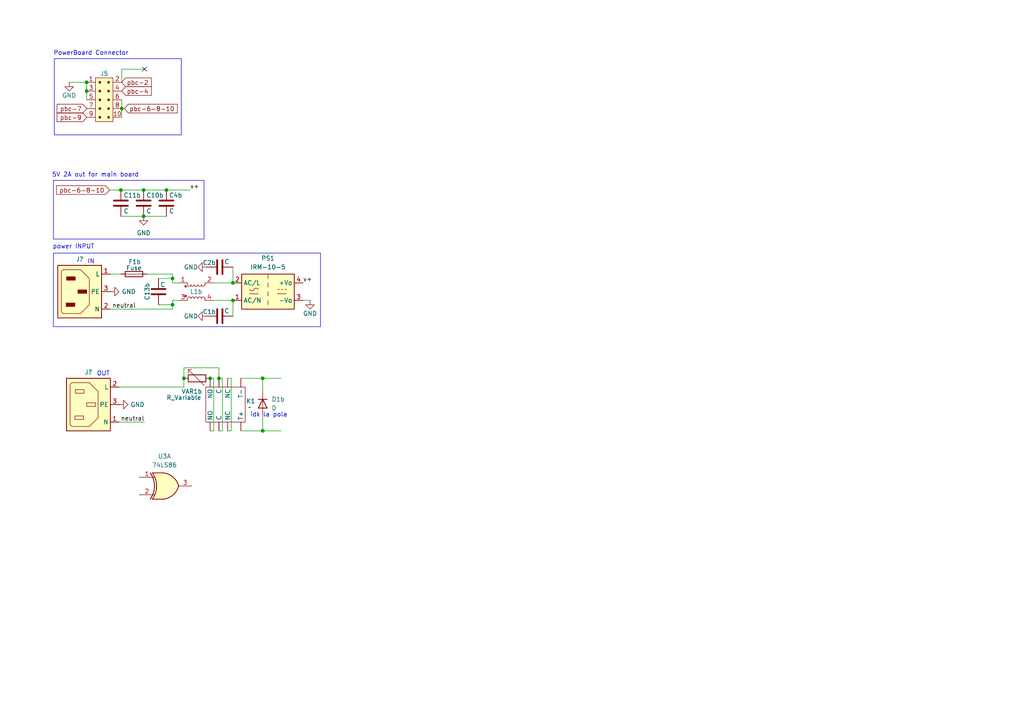
<source format=kicad_sch>
(kicad_sch (version 20250114) (generator "eeschema") (generator_version "9.0")
  (paper "A4")
  (lib_symbols
    (symbol "74xx:74LS86" (pin_names (offset 1.016))
      (property "Reference" "U" (at 0 1.27 0))
      (property "Value" "74LS86" (at 0 -1.27 0))
      (symbol "74LS86_1_0"
        (arc (start -4.4196 3.81) (mid -3.2033 0) (end -4.4196 -3.81) (stroke (width 0.254)))
        (arc (start -3.81 3.81) (mid -2.589 0) (end -3.81 -3.81) (stroke (width 0.254)))
        (polyline (pts (xy -3.81 3.81) (xy -0.635 3.81)) (stroke (width 0.254)) (fill (type background)))
        (polyline (pts (xy -3.81 -3.81) (xy -0.635 -3.81)) (stroke (width 0.254)) (fill (type background)))
        (arc (start 3.81 0) (mid 2.1855 -2.584) (end -0.6096 -3.81) (stroke (width 0.254)) (fill (type background)))
        (arc (start -0.6096 3.81) (mid 2.1928 2.5924) (end 3.81 0) (stroke (width 0.254)) (fill (type background)))
        (polyline (pts (xy -0.635 3.81) (xy -3.81 3.81) (xy -3.81 3.81) (xy -3.556 3.4036) (xy -3.0226 2.2606) (xy -2.6924 1.0414) (xy -2.6162 -0.254) (xy -2.7686 -1.4986) (xy -3.175 -2.7178) (xy -3.81 -3.81) (xy -3.81 -3.81) (xy -0.635 -3.81)) (stroke (width -25.4)) (fill (type background)))
        (pin input line (at -7.62 2.54 0) (length 4.445) (name "~") (number "1"))
        (pin input line (at -7.62 -2.54 0) (length 4.445) (name "~") (number "2"))
        (pin output line (at 7.62 0 180) (length 3.81) (name "~") (number "3"))
      )
      (symbol "74LS86_1_1"
        (polyline (pts (xy -3.81 2.54) (xy -3.175 2.54)) (stroke (width 0.1524)))
        (polyline (pts (xy -3.81 -2.54) (xy -3.175 -2.54)) (stroke (width 0.1524)))
      )
      (symbol "74LS86_2_0"
        (arc (start -4.4196 3.81) (mid -3.2033 0) (end -4.4196 -3.81) (stroke (width 0.254)))
        (arc (start -3.81 3.81) (mid -2.589 0) (end -3.81 -3.81) (stroke (width 0.254)))
        (polyline (pts (xy -3.81 3.81) (xy -0.635 3.81)) (stroke (width 0.254)) (fill (type background)))
        (polyline (pts (xy -3.81 -3.81) (xy -0.635 -3.81)) (stroke (width 0.254)) (fill (type background)))
        (arc (start 3.81 0) (mid 2.1855 -2.584) (end -0.6096 -3.81) (stroke (width 0.254)) (fill (type background)))
        (arc (start -0.6096 3.81) (mid 2.1928 2.5924) (end 3.81 0) (stroke (width 0.254)) (fill (type background)))
        (polyline (pts (xy -0.635 3.81) (xy -3.81 3.81) (xy -3.81 3.81) (xy -3.556 3.4036) (xy -3.0226 2.2606) (xy -2.6924 1.0414) (xy -2.6162 -0.254) (xy -2.7686 -1.4986) (xy -3.175 -2.7178) (xy -3.81 -3.81) (xy -3.81 -3.81) (xy -0.635 -3.81)) (stroke (width -25.4)) (fill (type background)))
        (pin input line (at -7.62 2.54 0) (length 4.445) (name "~") (number "4"))
        (pin input line (at -7.62 -2.54 0) (length 4.445) (name "~") (number "5"))
        (pin output line (at 7.62 0 180) (length 3.81) (name "~") (number "6"))
      )
      (symbol "74LS86_2_1"
        (polyline (pts (xy -3.81 2.54) (xy -3.175 2.54)) (stroke (width 0.1524)))
        (polyline (pts (xy -3.81 -2.54) (xy -3.175 -2.54)) (stroke (width 0.1524)))
      )
      (symbol "74LS86_3_0"
        (arc (start -4.4196 3.81) (mid -3.2033 0) (end -4.4196 -3.81) (stroke (width 0.254)))
        (arc (start -3.81 3.81) (mid -2.589 0) (end -3.81 -3.81) (stroke (width 0.254)))
        (polyline (pts (xy -3.81 3.81) (xy -0.635 3.81)) (stroke (width 0.254)) (fill (type background)))
        (polyline (pts (xy -3.81 -3.81) (xy -0.635 -3.81)) (stroke (width 0.254)) (fill (type background)))
        (arc (start 3.81 0) (mid 2.1855 -2.584) (end -0.6096 -3.81) (stroke (width 0.254)) (fill (type background)))
        (arc (start -0.6096 3.81) (mid 2.1928 2.5924) (end 3.81 0) (stroke (width 0.254)) (fill (type background)))
        (polyline (pts (xy -0.635 3.81) (xy -3.81 3.81) (xy -3.81 3.81) (xy -3.556 3.4036) (xy -3.0226 2.2606) (xy -2.6924 1.0414) (xy -2.6162 -0.254) (xy -2.7686 -1.4986) (xy -3.175 -2.7178) (xy -3.81 -3.81) (xy -3.81 -3.81) (xy -0.635 -3.81)) (stroke (width -25.4)) (fill (type background)))
        (pin input line (at -7.62 2.54 0) (length 4.445) (name "~") (number "9"))
        (pin input line (at -7.62 -2.54 0) (length 4.445) (name "~") (number "10"))
        (pin output line (at 7.62 0 180) (length 3.81) (name "~") (number "8"))
      )
      (symbol "74LS86_3_1"
        (polyline (pts (xy -3.81 2.54) (xy -3.175 2.54)) (stroke (width 0.1524)))
        (polyline (pts (xy -3.81 -2.54) (xy -3.175 -2.54)) (stroke (width 0.1524)))
      )
      (symbol "74LS86_4_0"
        (arc (start -4.4196 3.81) (mid -3.2033 0) (end -4.4196 -3.81) (stroke (width 0.254)))
        (arc (start -3.81 3.81) (mid -2.589 0) (end -3.81 -3.81) (stroke (width 0.254)))
        (polyline (pts (xy -3.81 3.81) (xy -0.635 3.81)) (stroke (width 0.254)) (fill (type background)))
        (polyline (pts (xy -3.81 -3.81) (xy -0.635 -3.81)) (stroke (width 0.254)) (fill (type background)))
        (arc (start 3.81 0) (mid 2.1855 -2.584) (end -0.6096 -3.81) (stroke (width 0.254)) (fill (type background)))
        (arc (start -0.6096 3.81) (mid 2.1928 2.5924) (end 3.81 0) (stroke (width 0.254)) (fill (type background)))
        (polyline (pts (xy -0.635 3.81) (xy -3.81 3.81) (xy -3.81 3.81) (xy -3.556 3.4036) (xy -3.0226 2.2606) (xy -2.6924 1.0414) (xy -2.6162 -0.254) (xy -2.7686 -1.4986) (xy -3.175 -2.7178) (xy -3.81 -3.81) (xy -3.81 -3.81) (xy -0.635 -3.81)) (stroke (width -25.4)) (fill (type background)))
        (pin input line (at -7.62 2.54 0) (length 4.445) (name "~") (number "12"))
        (pin input line (at -7.62 -2.54 0) (length 4.445) (name "~") (number "13"))
        (pin output line (at 7.62 0 180) (length 3.81) (name "~") (number "11"))
      )
      (symbol "74LS86_4_1"
        (polyline (pts (xy -3.81 2.54) (xy -3.175 2.54)) (stroke (width 0.1524)))
        (polyline (pts (xy -3.81 -2.54) (xy -3.175 -2.54)) (stroke (width 0.1524)))
      )
      (symbol "74LS86_5_0"
        (pin power_in line (at 0 12.7 270) (length 5.08) (name "VCC") (number "14"))
        (pin power_in line (at 0 -12.7 90) (length 5.08) (name "GND") (number "7"))
      )
      (symbol "74LS86_5_1"
        (rectangle (start -5.08 7.62) (end 5.08 -7.62) (stroke (width 0.254)) (fill (type background)))
      )
    )
    (symbol "Connector:IEC_60320_C13_Plug"
      (property "Reference" "P" (at -5.842 8.636 0))
      (property "Value" "IEC_60320_C13_Plug" (at 0.508 -9.144 0))
      (symbol "IEC_60320_C13_Plug_1_1"
        (rectangle (start -6.35 7.62) (end 6.35 -7.62) (stroke (width 0.254)) (fill (type background)))
        (polyline (pts (xy -4.826 -6.35) (xy -5.334 -5.842) (xy -5.334 5.842) (xy -4.826 6.35) (xy 0.254 6.35) (xy 2.794 3.81) (xy 2.794 -3.81) (xy 0.254 -6.35) (xy -4.826 -6.35)) (fill (type background)))
        (rectangle (start -3.937 -3.302) (end -1.397 -4.318))
        (rectangle (start -3.81 4.318) (end -1.27 3.302))
        (rectangle (start -0.508 0.508) (end 2.032 -0.508))
        (pin power_in line (at 8.89 5.08 180) (length 2.54) (name "L") (number "2"))
        (pin bidirectional line (at 8.89 0 180) (length 2.54) (name "PE") (number "3"))
        (pin power_in line (at 8.89 -5.08 180) (length 2.54) (name "N") (number "1"))
      )
    )
    (symbol "Connector:IEC_60320_C14_Receptacle"
      (property "Reference" "J" (at -5.842 8.636 0))
      (property "Value" "IEC_60320_C14_Receptacle" (at 0 -9.144 0))
      (symbol "IEC_60320_C14_Receptacle_1_1"
        (rectangle (start -6.35 7.62) (end 6.35 -7.62) (stroke (width 0.254)) (fill (type background)))
        (polyline (pts (xy -4.826 -6.35) (xy -5.334 -5.842) (xy -5.334 5.842) (xy -4.826 6.35) (xy 0.254 6.35) (xy 2.794 3.81) (xy 2.794 -3.81) (xy 0.254 -6.35) (xy -4.826 -6.35)) (fill (type background)))
        (rectangle (start -3.937 -3.302) (end -1.397 -4.318) (fill (type outline)))
        (rectangle (start -3.81 4.318) (end -1.27 3.302) (fill (type outline)))
        (rectangle (start -0.508 0.508) (end 2.032 -0.508) (fill (type outline)))
        (pin power_in line (at 8.89 5.08 180) (length 2.54) (name "L") (number "1"))
        (pin bidirectional line (at 8.89 0 180) (length 2.54) (name "PE") (number "3"))
        (pin power_in line (at 8.89 -5.08 180) (length 2.54) (name "N") (number "2"))
      )
    )
    (symbol "Converter_ACDC:IRM-10-5"
      (property "Reference" "PS" (at 0 6.35 0))
      (property "Value" "IRM-10-5" (at 0 -6.35 0))
      (symbol "IRM-10-5_0_1"
        (rectangle (start -7.62 5.08) (end 7.62 -5.08) (stroke (width 0.254)) (fill (type background)))
        (polyline (pts (xy -5.334 -0.635) (xy -2.794 -0.635)))
        (arc (start -4.064 0.635) (mid -4.699 0.2495) (end -5.334 0.635))
        (arc (start -4.064 0.635) (mid -3.429 1.0072) (end -2.794 0.635))
        (polyline (pts (xy 0 5.08) (xy 0 3.81)))
        (polyline (pts (xy 0 2.54) (xy 0 1.27)))
        (polyline (pts (xy 0 0) (xy 0 -1.27)))
        (polyline (pts (xy 0 -2.54) (xy 0 -3.81)))
        (polyline (pts (xy 2.794 0.635) (xy 3.302 0.635)))
        (polyline (pts (xy 2.794 -0.635) (xy 5.334 -0.635)))
        (polyline (pts (xy 3.81 0.635) (xy 4.318 0.635)))
        (polyline (pts (xy 4.826 0.635) (xy 5.334 0.635)))
      )
      (symbol "IRM-10-5_1_1"
        (pin power_in line (at -10.16 2.54 0) (length 2.54) (name "AC/L") (number "2"))
        (pin power_in line (at -10.16 -2.54 0) (length 2.54) (name "AC/N") (number "1"))
        (pin power_out line (at 10.16 2.54 180) (length 2.54) (name "+Vo") (number "4"))
        (pin power_out line (at 10.16 -2.54 180) (length 2.54) (name "-Vo") (number "3"))
      )
    )
    (symbol "Device:C" (pin_numbers (hide yes)) (pin_names (offset 0.254))
      (property "Reference" "C" (at 0.635 2.54 0))
      (property "Value" "C" (at 0.635 -2.54 0))
      (symbol "C_0_1"
        (polyline (pts (xy -2.032 0.762) (xy 2.032 0.762)) (stroke (width 0.508)))
        (polyline (pts (xy -2.032 -0.762) (xy 2.032 -0.762)) (stroke (width 0.508)))
      )
      (symbol "C_1_1"
        (pin passive line (at 0 3.81 270) (length 2.794) (name "~") (number "1"))
        (pin passive line (at 0 -3.81 90) (length 2.794) (name "~") (number "2"))
      )
    )
    (symbol "Device:D" (pin_numbers (hide yes)) (pin_names (offset 1.016) (hide yes))
      (property "Reference" "D" (at 0 2.54 0))
      (property "Value" "D" (at 0 -2.54 0))
      (symbol "D_0_1"
        (polyline (pts (xy -1.27 1.27) (xy -1.27 -1.27)) (stroke (width 0.254)))
        (polyline (pts (xy 1.27 1.27) (xy 1.27 -1.27) (xy -1.27 0) (xy 1.27 1.27)) (stroke (width 0.254)))
        (polyline (pts (xy 1.27 0) (xy -1.27 0)))
      )
      (symbol "D_1_1"
        (pin passive line (at -3.81 0 0) (length 2.54) (name "K") (number "1"))
        (pin passive line (at 3.81 0 180) (length 2.54) (name "A") (number "2"))
      )
    )
    (symbol "Device:Fuse" (pin_numbers (hide yes)) (pin_names (offset 0))
      (property "Reference" "F" (at 2.032 0 90))
      (property "Value" "Fuse" (at -1.905 0 90))
      (symbol "Fuse_0_1"
        (rectangle (start -0.762 -2.54) (end 0.762 2.54) (stroke (width 0.254)))
        (polyline (pts (xy 0 2.54) (xy 0 -2.54)))
      )
      (symbol "Fuse_1_1"
        (pin passive line (at 0 3.81 270) (length 1.27) (name "~") (number "1"))
        (pin passive line (at 0 -3.81 90) (length 1.27) (name "~") (number "2"))
      )
    )
    (symbol "Device:L_Coupled" (pin_names (offset 0.254) (hide yes))
      (property "Reference" "L" (at 0 4.445 0))
      (property "Value" "L_Coupled" (at 0 -4.445 0))
      (symbol "L_Coupled_0_1"
        (circle (center -3.048 1.524) (radius 0.254) (fill (type outline)))
        (circle (center -3.048 -1.27) (radius 0.254) (fill (type outline)))
        (polyline (pts (xy -2.54 2.032) (xy -2.54 2.54)))
        (polyline (pts (xy -2.54 -2.032) (xy -2.54 -2.54)))
        (arc (start -1.524 2.032) (mid -2.032 1.5262) (end -2.54 2.032))
        (arc (start -2.54 -2.032) (mid -2.032 -1.5262) (end -1.524 -2.032))
        (arc (start -0.508 2.032) (mid -1.016 1.5262) (end -1.524 2.032))
        (arc (start -1.524 -2.032) (mid -1.016 -1.5262) (end -0.508 -2.032))
        (arc (start 0.508 2.032) (mid 0 1.5262) (end -0.508 2.032))
        (arc (start -0.508 -2.032) (mid 0 -1.5262) (end 0.508 -2.032))
        (arc (start 1.524 2.032) (mid 1.016 1.5262) (end 0.508 2.032))
        (arc (start 0.508 -2.032) (mid 1.016 -1.5262) (end 1.524 -2.032))
        (arc (start 2.54 2.032) (mid 2.032 1.5262) (end 1.524 2.032))
        (arc (start 1.524 -2.032) (mid 2.032 -1.5262) (end 2.54 -2.032))
        (polyline (pts (xy 2.54 2.54) (xy 2.54 2.032)))
        (polyline (pts (xy 2.54 -2.032) (xy 2.54 -2.54)))
      )
      (symbol "L_Coupled_1_1"
        (pin passive line (at -5.08 2.54 0) (length 2.54) (name "1") (number "1"))
        (pin passive line (at -5.08 -2.54 0) (length 2.54) (name "3") (number "3"))
        (pin passive line (at 5.08 2.54 180) (length 2.54) (name "2") (number "2"))
        (pin passive line (at 5.08 -2.54 180) (length 2.54) (name "4") (number "4"))
      )
    )
    (symbol "Device:R_Variable" (pin_numbers (hide yes)) (pin_names (offset 0))
      (property "Reference" "R" (at 2.54 -2.54 90))
      (property "Value" "R_Variable" (at -2.54 -1.27 90))
      (symbol "R_Variable_0_1"
        (rectangle (start -1.016 -2.54) (end 1.016 2.54) (stroke (width 0.254)))
        (polyline (pts (xy 2.54 1.524) (xy 2.54 2.54) (xy 1.524 2.54) (xy 2.54 2.54) (xy -2.032 -2.032)))
      )
      (symbol "R_Variable_1_1"
        (pin passive line (at 0 3.81 270) (length 1.27) (name "~") (number "1"))
        (pin passive line (at 0 -3.81 90) (length 1.27) (name "~") (number "2"))
      )
    )
    (symbol "dk_Rectangular-Connectors-Headers-Male-Pins:302-S101" (pin_names (offset 1.016))
      (property "Reference" "J" (at -2.54 7.62 0))
      (property "Value" "302-S101" (at 0 -7.62 0))
      (symbol "302-S101_1_1"
        (rectangle (start -2.54 6.35) (end 2.54 -6.35) (fill (type background)))
        (rectangle (start -1.524 5.334) (end -1.016 4.826) (fill (type outline)))
        (rectangle (start -1.524 2.794) (end -1.016 2.286) (fill (type outline)))
        (rectangle (start -1.524 0.254) (end -1.016 -0.254) (fill (type outline)))
        (rectangle (start -1.524 -2.286) (end -1.016 -2.794) (fill (type outline)))
        (rectangle (start -1.524 -4.826) (end -1.016 -5.334) (fill (type outline)))
        (rectangle (start 1.016 5.334) (end 1.524 4.826) (fill (type outline)))
        (rectangle (start 1.016 2.794) (end 1.524 2.286) (fill (type outline)))
        (rectangle (start 1.016 0.254) (end 1.524 -0.254) (fill (type outline)))
        (rectangle (start 1.016 -2.286) (end 1.524 -2.794) (fill (type outline)))
        (rectangle (start 1.016 -4.826) (end 1.524 -5.334) (fill (type outline)))
        (pin passive line (at -5.08 5.08 0) (length 2.54) (name "~") (number "1"))
        (pin passive line (at -5.08 2.54 0) (length 2.54) (name "~") (number "3"))
        (pin passive line (at -5.08 0 0) (length 2.54) (name "~") (number "5"))
        (pin passive line (at -5.08 -2.54 0) (length 2.54) (name "~") (number "7"))
        (pin passive line (at -5.08 -5.08 0) (length 2.54) (name "~") (number "9"))
        (pin passive line (at 5.08 5.08 180) (length 2.54) (name "~") (number "2"))
        (pin passive line (at 5.08 2.54 180) (length 2.54) (name "~") (number "4"))
        (pin passive line (at 5.08 0 180) (length 2.54) (name "~") (number "6"))
        (pin passive line (at 5.08 -2.54 180) (length 2.54) (name "~") (number "8"))
        (pin passive line (at 5.08 -5.08 180) (length 2.54) (name "~") (number "10"))
      )
    )
    (symbol "nalebrun_lib:G5RL-1-E-HR"
      (property "Reference" "K" (at -4.064 7.366 0))
      (symbol "G5RL-1-E-HR_0_1"
        (rectangle (start -5.08 6.35) (end 5.08 -5.08))
      )
      (symbol "G5RL-1-E-HR_1_1"
        (pin output line (at -7.62 5.08 0) (length 2.54) (name "NO") (number ""))
        (pin input line (at -7.62 2.54 0) (length 2.54) (name "C") (number ""))
        (pin output line (at -7.62 0 0) (length 2.54) (name "NC") (number ""))
        (pin output line (at -7.62 -3.81 0) (length 2.54) (name "T+") (number ""))
        (pin output line (at 7.62 5.08 180) (length 2.54) (name "NO") (number ""))
        (pin input line (at 7.62 2.54 180) (length 2.54) (name "C") (number ""))
        (pin output line (at 7.62 0 180) (length 2.54) (name "NC") (number ""))
        (pin output line (at 7.62 -3.81 180) (length 2.54) (name "T-") (number ""))
      )
    )
    (symbol "power:GND" (power) (pin_numbers (hide yes)) (pin_names (offset 0) (hide yes))
      (property "Value" "GND" (at 0 -3.81 0))
      (symbol "GND_0_1"
        (polyline (pts (xy 0 0) (xy 0 -1.27) (xy 1.27 -1.27) (xy 0 -2.54) (xy -1.27 -1.27) (xy 0 -1.27)))
      )
      (symbol "GND_1_1"
        (pin power_in line (at 0 0 270) (length 0) (name "~") (number "1"))
      )
    )
  )
  (rectangle (start 15.748 17.018) (end 52.578 39.116))
  (rectangle (start 15.494 52.324) (end 59.182 69.342))
  (rectangle (start 15.494 73.406) (end 92.964 94.742))
  (text "idk la pola" (at 77.978 120.396 0) (effects (font (size 1.27 1.27))))
  (text "power INPUT" (at 21.336 71.628 0) (effects (font (size 1.27 1.27))))
  (text "5V 2A out for main board" (at 27.686 50.8 0) (effects (font (size 1.27 1.27))))
  (text "OUT" (at 29.972 108.458 0) (effects (font (size 1.27 1.27))))
  (text "IN\n" (at 26.416 75.946 0) (effects (font (size 1.27 1.27))))
  (text "PowerBoard Connector" (at 26.416 15.494 0) (effects (font (size 1.27 1.27))))
  (junction (at 50.038 88.392))
  (junction (at 67.564 82.042))
  (junction (at 48.26 55.118))
  (junction (at 25.146 23.876))
  (junction (at 41.656 55.118))
  (junction (at 35.052 55.118))
  (junction (at 63.5 109.728))
  (junction (at 50.038 80.772))
  (junction (at 60.96 109.728))
  (junction (at 53.34 109.728))
  (junction (at 67.564 87.122))
  (junction (at 41.656 62.738))
  (junction (at 76.2 109.728))
  (junction (at 25.146 26.416))
  (junction (at 35.306 31.496))
  (junction (at 76.2 124.968))
  (no_connect (at 41.91 20.066))
  (wire (pts (xy 63.5 106.68) (xy 63.5 109.728)))
  (wire (pts (xy 35.306 28.956) (xy 35.306 31.496)))
  (wire (pts (xy 76.2 124.968) (xy 69.85 124.968)))
  (wire (pts (xy 61.976 124.968) (xy 60.96 124.968)))
  (wire (pts (xy 76.2 120.904) (xy 76.2 124.968)))
  (wire (pts (xy 41.91 122.428) (xy 34.544 122.428)))
  (wire (pts (xy 50.038 88.392) (xy 50.038 89.662)))
  (wire (pts (xy 34.544 112.268) (xy 53.34 112.268)))
  (wire (pts (xy 67.056 109.728) (xy 66.04 109.728)))
  (wire (pts (xy 89.916 87.122) (xy 87.884 87.122)))
  (wire (pts (xy 35.052 55.118) (xy 41.656 55.118)))
  (wire (pts (xy 35.306 20.066) (xy 41.91 20.066)))
  (wire (pts (xy 25.146 28.956) (xy 25.146 26.416)))
  (wire (pts (xy 53.34 106.68) (xy 63.5 106.68)))
  (wire (pts (xy 50.038 80.772) (xy 50.038 82.042)))
  (wire (pts (xy 67.056 109.728) (xy 67.056 124.968)))
  (wire (pts (xy 61.976 109.728) (xy 60.96 109.728)))
  (wire (pts (xy 76.2 109.728) (xy 81.534 109.728)))
  (wire (pts (xy 76.2 124.968) (xy 81.534 124.968)))
  (wire (pts (xy 31.75 55.118) (xy 35.052 55.118)))
  (wire (pts (xy 48.26 55.118) (xy 55.118 55.118)))
  (wire (pts (xy 67.056 124.968) (xy 66.04 124.968)))
  (wire (pts (xy 45.974 80.772) (xy 50.038 80.772)))
  (wire (pts (xy 53.34 109.728) (xy 53.34 106.68)))
  (wire (pts (xy 41.656 62.738) (xy 48.26 62.738)))
  (wire (pts (xy 50.038 87.122) (xy 51.816 87.122)))
  (wire (pts (xy 36.068 31.496) (xy 35.306 31.496)))
  (wire (pts (xy 50.038 79.502) (xy 50.038 80.772)))
  (wire (pts (xy 76.2 109.728) (xy 69.85 109.728)))
  (wire (pts (xy 32.004 89.662) (xy 50.038 89.662)))
  (wire (pts (xy 64.516 124.968) (xy 63.5 124.968)))
  (wire (pts (xy 61.976 82.042) (xy 67.564 82.042)))
  (wire (pts (xy 35.306 31.496) (xy 35.306 34.036)))
  (wire (pts (xy 76.2 113.284) (xy 76.2 109.728)))
  (wire (pts (xy 50.038 82.042) (xy 51.816 82.042)))
  (wire (pts (xy 61.976 87.122) (xy 67.564 87.122)))
  (wire (pts (xy 67.564 77.47) (xy 67.564 82.042)))
  (wire (pts (xy 64.516 109.728) (xy 63.5 109.728)))
  (wire (pts (xy 35.052 62.738) (xy 41.656 62.738)))
  (wire (pts (xy 53.34 112.268) (xy 53.34 109.728)))
  (wire (pts (xy 50.038 87.122) (xy 50.038 88.392)))
  (wire (pts (xy 35.306 23.876) (xy 35.306 20.066)))
  (wire (pts (xy 67.564 87.122) (xy 67.564 91.694)))
  (wire (pts (xy 25.146 23.876) (xy 20.066 23.876)))
  (wire (pts (xy 41.656 55.118) (xy 48.26 55.118)))
  (wire (pts (xy 35.052 79.502) (xy 32.004 79.502)))
  (wire (pts (xy 25.146 26.416) (xy 25.146 23.876)))
  (wire (pts (xy 42.672 79.502) (xy 50.038 79.502)))
  (wire (pts (xy 64.516 109.728) (xy 64.516 124.968)))
  (wire (pts (xy 61.976 109.728) (xy 61.976 124.968)))
  (wire (pts (xy 45.974 88.392) (xy 50.038 88.392)))
  (label "neutral" (at 41.91 122.428 180))
  (label "v+" (at 87.884 82.042 0))
  (label "neutral" (at 32.512 89.662 0))
  (label "v+" (at 55.118 55.118 0))
  (global_label "pbc-7" (shape input) (at 25.146 31.496 180) (property "Intersheetrefs" "${INTERSHEET_REFS}" (effects (hide yes))))
  (global_label "pbc-4" (shape input) (at 35.306 26.416 0) (property "Intersheetrefs" "${INTERSHEET_REFS}" (effects (hide yes))))
  (global_label "pbc-6-8-10" (shape input) (at 31.75 55.118 180) (property "Intersheetrefs" "${INTERSHEET_REFS}" (effects (hide yes))))
  (global_label "pbc-2" (shape input) (at 35.306 23.876 0) (property "Intersheetrefs" "${INTERSHEET_REFS}" (effects (hide yes))))
  (global_label "pbc-6-8-10" (shape input) (at 36.068 31.496 0) (property "Intersheetrefs" "${INTERSHEET_REFS}" (effects (hide yes))))
  (global_label "pbc-9" (shape input) (at 25.146 34.036 180) (property "Intersheetrefs" "${INTERSHEET_REFS}" (effects (hide yes))))
  (symbol (lib_id "power:GND") (at 20.066 23.876 0) (unit 1)
    (property "Reference" "#PWR092" (effects (hide yes)))
    (property "Value" "GND" (at 20.066 27.686 0))
    (property "Description" "Power symbol creates a global label with name \"GND\" , ground" (effects (hide yes)))
  )
  (symbol (lib_id "Device:D") (at 76.2 117.094 270) (unit 1)
    (property "Reference" "D1b" (at 78.74 115.8239 90) (effects (justify left)))
    (property "Value" "D" (at 78.74 118.3639 90) (effects (justify left)))
    (property "Description" "Diode" (effects (hide yes)))
    (property "Sim.Device" "D" (effects (hide yes)))
    (property "Sim.Pins" "1=K 2=A" (effects (hide yes)))
  )
  (symbol (lib_id "dk_Rectangular-Connectors-Headers-Male-Pins:302-S101") (at 30.226 28.956 0) (unit 1)
    (property "Reference" "J5" (at 30.226 21.336 0))
    (property "Value" "302-S101" (effects (hide yes)))
    (property "Footprint" "digikey-footprints:PinHeader_2x5_P2.54mm_Drill1.2mm" (effects (hide yes)))
    (property "Datasheet" "http://www.on-shore.com/wp-content/uploads/2018/04/302-SXX1.pdf" (effects (hide yes)))
    (property "Description" "CONN HEADER VERT 10POS 2.54MM" (effects (hide yes)))
    (property "Digi-Key_PN" "ED1543-ND" (effects (hide yes)))
    (property "MPN" "302-S101" (effects (hide yes)))
    (property "Category" "Connectors, Interconnects" (effects (hide yes)))
    (property "Family" "Rectangular Connectors - Headers, Male Pins" (effects (hide yes)))
    (property "DK_Datasheet_Link" "http://www.on-shore.com/wp-content/uploads/2018/04/302-SXX1.pdf" (effects (hide yes)))
    (property "DK_Detail_Page" "/product-detail/en/on-shore-technology-inc/302-S101/ED1543-ND/2178422" (effects (hide yes)))
    (property "Description_1" "CONN HEADER VERT 10POS 2.54MM" (effects (hide yes)))
    (property "Manufacturer" "On Shore Technology Inc." (effects (hide yes)))
    (property "Status" "Active" (effects (hide yes)))
  )
  (symbol (lib_id "power:GND") (at 59.944 77.47 270) (unit 1)
    (property "Reference" "#PWR097" (effects (hide yes)))
    (property "Value" "GND" (at 55.372 77.47 90))
    (property "Description" "Power symbol creates a global label with name \"GND\" , ground" (effects (hide yes)))
  )
  (symbol (lib_id "Device:C") (at 41.656 58.928 0) (unit 1)
    (property "Reference" "C10b" (at 42.418 56.642 0) (effects (justify left)))
    (property "Value" "C" (at 42.418 61.214 0) (effects (justify left)))
    (property "Description" "Unpolarized capacitor" (effects (hide yes)))
  )
  (symbol (lib_id "Device:C") (at 63.754 91.694 90) (unit 1)
    (property "Reference" "C1b" (at 60.706 90.424 90))
    (property "Value" "C" (at 65.786 90.17 90))
    (property "Description" "Unpolarized capacitor" (effects (hide yes)))
  )
  (symbol (lib_id "Connector:IEC_60320_C13_Plug") (at 25.654 117.348 0) (unit 1)
    (property "Reference" "J?" (at 25.654 107.95 0))
    (property "Value" "IEC_60320_C13_Plug" (effects (hide yes)))
    (property "Description" "C13 Plug, 10A max" (effects (hide yes)))
  )
  (symbol (lib_id "Converter_ACDC:IRM-10-5") (at 77.724 84.582 0) (unit 1)
    (property "Reference" "PS1" (at 77.724 74.93 0))
    (property "Value" "IRM-10-5" (at 77.724 77.47 0))
    (property "Footprint" "Converter_ACDC:Converter_ACDC_MeanWell_IRM-10-xx_THT" (effects (hide yes)))
    (property "Datasheet" "https://www.meanwell.com/Upload/PDF/IRM-10/IRM-10-SPEC.PDF" (effects (hide yes)))
    (property "Description" "5V, 2A, 10W, Isolated, AC-DC, 222A(IRM10)" (effects (hide yes)))
  )
  (symbol (lib_id "power:GND") (at 89.916 87.122 0) (unit 1)
    (property "Reference" "#PWR093" (effects (hide yes)))
    (property "Value" "GND" (at 89.916 90.932 0))
    (property "Description" "Power symbol creates a global label with name \"GND\" , ground" (effects (hide yes)))
  )
  (symbol (lib_id "Device:R_Variable") (at 57.15 109.728 90) (unit 1)
    (property "Reference" "VAR1b" (at 55.626 113.538 90))
    (property "Value" "R_Variable" (at 53.34 115.316 90))
    (property "Description" "Variable resistor" (effects (hide yes)))
  )
  (symbol (lib_id "Connector:IEC_60320_C14_Receptacle") (at 23.114 84.582 0) (unit 1)
    (property "Reference" "J?" (at 23.114 75.184 0))
    (property "Value" "IEC_60320_C14_Receptacle" (effects (hide yes)))
    (property "Description" "C14 Plug, 10A max" (effects (hide yes)))
  )
  (symbol (lib_id "nalebrun_lib:G5RL-1-E-HR") (at 66.04 117.348 90) (unit 1)
    (property "Reference" "K1" (at 71.374 116.332 90) (effects (justify right)))
    (property "Value" "~" (at 71.882 118.11 90) (effects (justify right)))
  )
  (symbol (lib_id "power:GND") (at 34.544 117.348 90) (unit 1)
    (property "Reference" "#PWR094" (effects (hide yes)))
    (property "Value" "GND" (at 39.878 117.348 90))
    (property "Description" "Power symbol creates a global label with name \"GND\" , ground" (effects (hide yes)))
  )
  (symbol (lib_id "Device:C") (at 48.26 58.928 0) (unit 1)
    (property "Reference" "C4b" (at 49.022 56.642 0) (effects (justify left)))
    (property "Value" "C" (at 49.022 61.214 0) (effects (justify left)))
    (property "Description" "Unpolarized capacitor" (effects (hide yes)))
  )
  (symbol (lib_id "power:GND") (at 41.656 62.738 0) (unit 1)
    (property "Reference" "#PWR095" (effects (hide yes)))
    (property "Value" "GND" (at 41.656 67.564 0))
    (property "Description" "Power symbol creates a global label with name \"GND\" , ground" (effects (hide yes)))
  )
  (symbol (lib_id "power:GND") (at 59.944 91.694 270) (unit 1)
    (property "Reference" "#PWR096" (effects (hide yes)))
    (property "Value" "GND" (at 55.372 91.694 90))
    (property "Description" "Power symbol creates a global label with name \"GND\" , ground" (effects (hide yes)))
  )
  (symbol (lib_id "power:GND") (at 32.004 84.582 90) (unit 1)
    (property "Reference" "#PWR098" (effects (hide yes)))
    (property "Value" "GND" (at 37.338 84.582 90))
    (property "Description" "Power symbol creates a global label with name \"GND\" , ground" (effects (hide yes)))
  )
  (symbol (lib_id "Device:C") (at 63.754 77.47 90) (unit 1)
    (property "Reference" "C2b" (at 60.706 76.2 90))
    (property "Value" "C" (at 65.786 75.946 90))
    (property "Description" "Unpolarized capacitor" (effects (hide yes)))
  )
  (symbol (lib_id "Device:C") (at 35.052 58.928 0) (unit 1)
    (property "Reference" "C11b" (at 35.814 56.642 0) (effects (justify left)))
    (property "Value" "C" (at 35.814 61.214 0) (effects (justify left)))
    (property "Description" "Unpolarized capacitor" (effects (hide yes)))
  )
  (symbol (lib_id "Device:L_Coupled") (at 56.896 84.582 0) (unit 1)
    (property "Reference" "L1b" (at 56.896 84.582 0))
    (property "Value" "L_Coupled" (effects (hide yes)))
    (property "Description" "Coupled inductor" (effects (hide yes)))
  )
  (symbol (lib_id "Device:C") (at 45.974 84.582 180) (unit 1)
    (property "Reference" "C13b" (at 42.672 84.582 90))
    (property "Value" "C" (at 47.244 82.55 0))
    (property "Description" "Unpolarized capacitor" (effects (hide yes)))
  )
  (symbol (lib_id "Device:Fuse") (at 38.862 79.502 90) (unit 1)
    (property "Reference" "F1b" (at 40.894 75.946 90) (effects (justify left)))
    (property "Value" "Fuse" (at 41.148 77.724 90) (effects (justify left)))
    (property "Description" "Fuse" (effects (hide yes)))
  )
  (symbol (lib_id "74xx:74LS86") (at 48.006 140.97 0) (unit 1)
    (property "Reference" "U3" (at 47.7012 132.334 0))
    (property "Value" "74LS86" (at 47.7012 134.874 0))
    (property "Datasheet" "74xx/74ls86.pdf" (effects (hide yes)))
    (property "Description" "Quad 2-input XOR" (effects (hide yes)))
  )
)
</source>
